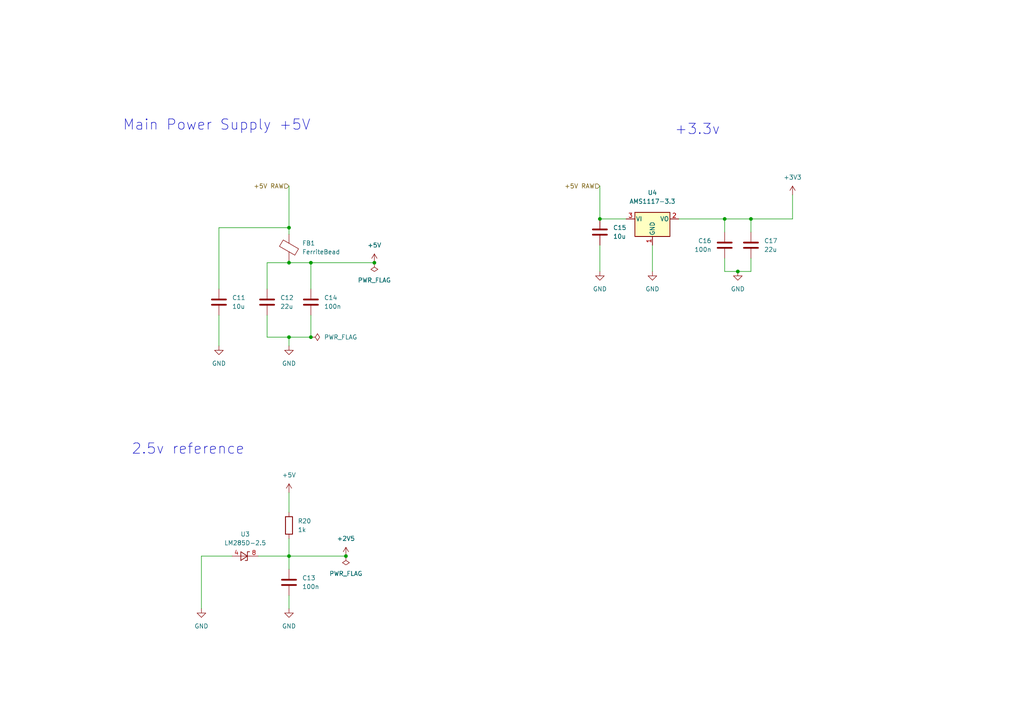
<source format=kicad_sch>
(kicad_sch (version 20211123) (generator eeschema)
  (paper "A4")
  (title_block (title "Development Board") (date "2022-06-22") (rev "2.2") (company "Plastic Scanner") (comment 1 "Juniper Technologies"))
  (lib_symbols
    (symbol "Device:C" (pin_numbers hide) (pin_names (offset 0.254))
      (property "Reference" "C" (at 0.635 2.54 0))
      (property "Value" "C" (at 0.635 -2.54 0))
      (symbol "C_0_1"
        (polyline (pts (xy -2.032 -0.762) (xy 2.032 -0.762)) (stroke (width 0.508)))
        (polyline (pts (xy -2.032 0.762) (xy 2.032 0.762)) (stroke (width 0.508)))
      )
      (symbol "C_1_1"
        (pin passive line (at 0 3.81 270) (length 2.794) (name "~") (number "1"))
        (pin passive line (at 0 -3.81 90) (length 2.794) (name "~") (number "2"))
      )
    )
    (symbol "Device:FerriteBead" (pin_numbers hide) (pin_names (offset 0))
      (property "Reference" "FB" (at -3.81 0.635 90))
      (property "Value" "FerriteBead" (at 3.81 0 90))
      (symbol "FerriteBead_0_1"
        (polyline (pts (xy 0 -1.27) (xy 0 -1.2192)))
        (polyline (pts (xy 0 1.27) (xy 0 1.2954)))
        (polyline (pts (xy -2.7686 0.4064) (xy -1.7018 2.2606) (xy 2.7686 -0.3048) (xy 1.6764 -2.159) (xy -2.7686 0.4064)))
      )
      (symbol "FerriteBead_1_1"
        (pin passive line (at 0 3.81 270) (length 2.54) (name "~") (number "1"))
        (pin passive line (at 0 -3.81 90) (length 2.54) (name "~") (number "2"))
      )
    )
    (symbol "Device:R" (pin_numbers hide) (pin_names (offset 0))
      (property "Reference" "R" (at 2.032 0 90))
      (property "Value" "R" (at 0 0 90))
      (symbol "R_0_1"
        (rectangle (start -1.016 -2.54) (end 1.016 2.54) (stroke (width 0.254)))
      )
      (symbol "R_1_1"
        (pin passive line (at 0 3.81 270) (length 1.27) (name "~") (number "1"))
        (pin passive line (at 0 -3.81 90) (length 1.27) (name "~") (number "2"))
      )
    )
    (symbol "Reference_Voltage:LM285D-2.5" (pin_names (offset 0.0254) hide)
      (property "Reference" "U" (at 0 3.175 0))
      (property "Value" "LM285D-2.5" (at 0 -3.175 0))
      (symbol "LM285D-2.5_0_1"
        (polyline (pts (xy -1.27 0) (xy 0 0) (xy 1.27 0)))
        (polyline (pts (xy -1.27 -1.27) (xy 0.635 0) (xy -1.27 1.27) (xy -1.27 -1.27)) (stroke (width 0.2032)))
        (polyline (pts (xy 0 -1.27) (xy 0.635 -1.27) (xy 0.635 1.27) (xy 1.27 1.27)) (stroke (width 0.2032)))
      )
      (symbol "LM285D-2.5_1_1"
        (pin passive line (at -3.81 0 0) (length 2.54) (name "A") (number "4"))
        (pin passive line (at 3.81 0 180) (length 2.54) (name "K") (number "8"))
      )
    )
    (symbol "Regulator_Linear:AMS1117-3.3" (pin_names (offset 0.254))
      (property "Reference" "U" (at -3.81 3.175 0))
      (property "Value" "AMS1117-3.3" (at 0 3.175 0))
      (symbol "AMS1117-3.3_0_1"
        (rectangle (start -5.08 -5.08) (end 5.08 1.905) (stroke (width 0.254)) (fill (type background)))
      )
      (symbol "AMS1117-3.3_1_1"
        (pin power_in line (at 0 -7.62 90) (length 2.54) (name "GND") (number "1"))
        (pin power_out line (at 7.62 0 180) (length 2.54) (name "VO") (number "2"))
        (pin power_in line (at -7.62 0 0) (length 2.54) (name "VI") (number "3"))
      )
    )
    (symbol "power:+2V5" (power) (pin_names (offset 0))
      (property "Value" "+2V5" (at 0 3.556 0))
      (symbol "+2V5_0_1"
        (polyline (pts (xy -0.762 1.27) (xy 0 2.54)))
        (polyline (pts (xy 0 0) (xy 0 2.54)))
        (polyline (pts (xy 0 2.54) (xy 0.762 1.27)))
      )
      (symbol "+2V5_1_1"
        (pin power_in line (at 0 0 90) (length 0) hide (name "+2V5") (number "1"))
      )
    )
    (symbol "power:+3.3V" (power) (pin_names (offset 0))
      (property "Value" "+3.3V" (at 0 3.556 0))
      (symbol "+3.3V_0_1"
        (polyline (pts (xy -0.762 1.27) (xy 0 2.54)))
        (polyline (pts (xy 0 0) (xy 0 2.54)))
        (polyline (pts (xy 0 2.54) (xy 0.762 1.27)))
      )
      (symbol "+3.3V_1_1"
        (pin power_in line (at 0 0 90) (length 0) hide (name "+3V3") (number "1"))
      )
    )
    (symbol "power:+5V" (power) (pin_names (offset 0))
      (property "Value" "+5V" (at 0 3.556 0))
      (symbol "+5V_0_1"
        (polyline (pts (xy -0.762 1.27) (xy 0 2.54)))
        (polyline (pts (xy 0 0) (xy 0 2.54)))
        (polyline (pts (xy 0 2.54) (xy 0.762 1.27)))
      )
      (symbol "+5V_1_1"
        (pin power_in line (at 0 0 90) (length 0) hide (name "+5V") (number "1"))
      )
    )
    (symbol "power:GND" (power) (pin_names (offset 0))
      (property "Value" "GND" (at 0 -3.81 0))
      (symbol "GND_0_1"
        (polyline (pts (xy 0 0) (xy 0 -1.27) (xy 1.27 -1.27) (xy 0 -2.54) (xy -1.27 -1.27) (xy 0 -1.27)))
      )
      (symbol "GND_1_1"
        (pin power_in line (at 0 0 270) (length 0) hide (name "GND") (number "1"))
      )
    )
    (symbol "power:PWR_FLAG" (power) (pin_numbers hide) (pin_names (offset 0) hide)
      (property "Value" "PWR_FLAG" (at 0 3.81 0))
      (symbol "PWR_FLAG_0_0"
        (pin power_out line (at 0 0 90) (length 0) (name "pwr") (number "1"))
      )
      (symbol "PWR_FLAG_0_1"
        (polyline (pts (xy 0 0) (xy 0 1.27) (xy -1.016 1.905) (xy 0 2.54) (xy 1.016 1.905) (xy 0 1.27)))
      )
    )
  )
  (junction (at 210.185 63.5))
  (junction (at 83.82 66.04))
  (junction (at 83.82 76.2))
  (junction (at 83.82 161.29))
  (junction (at 90.17 76.2))
  (junction (at 83.82 97.79))
  (junction (at 217.805 63.5))
  (junction (at 100.33 161.29))
  (junction (at 108.585 76.2))
  (junction (at 173.99 63.5))
  (junction (at 90.17 97.79))
  (junction (at 213.995 78.74))
  (wire (pts (xy 63.5 91.44) (xy 63.5 100.33)))
  (wire (pts (xy 210.185 74.93) (xy 210.185 78.74)))
  (wire (pts (xy 173.99 71.12) (xy 173.99 78.74)))
  (wire (pts (xy 90.17 83.82) (xy 90.17 76.2)))
  (wire (pts (xy 83.82 53.975) (xy 83.82 66.04)))
  (wire (pts (xy 74.93 161.29) (xy 83.82 161.29)))
  (wire (pts (xy 210.185 63.5) (xy 210.185 67.31)))
  (wire (pts (xy 83.82 142.875) (xy 83.82 148.59)))
  (wire (pts (xy 210.185 78.74) (xy 213.995 78.74)))
  (wire (pts (xy 173.99 63.5) (xy 181.61 63.5)))
  (wire (pts (xy 217.805 78.74) (xy 213.995 78.74)))
  (wire (pts (xy 173.99 63.5) (xy 173.99 53.975)))
  (wire (pts (xy 83.82 75.565) (xy 83.82 76.2)))
  (wire (pts (xy 58.42 161.29) (xy 67.31 161.29)))
  (wire (pts (xy 63.5 83.82) (xy 63.5 66.04)))
  (wire (pts (xy 196.85 63.5) (xy 210.185 63.5)))
  (wire (pts (xy 83.82 156.21) (xy 83.82 161.29)))
  (wire (pts (xy 63.5 66.04) (xy 83.82 66.04)))
  (wire (pts (xy 77.47 76.2) (xy 83.82 76.2)))
  (wire (pts (xy 217.805 74.93) (xy 217.805 78.74)))
  (wire (pts (xy 83.82 76.2) (xy 90.17 76.2)))
  (wire (pts (xy 90.17 97.79) (xy 83.82 97.79)))
  (wire (pts (xy 83.82 161.29) (xy 83.82 165.1)))
  (wire (pts (xy 189.23 71.12) (xy 189.23 78.74)))
  (wire (pts (xy 229.87 56.515) (xy 229.87 63.5)))
  (wire (pts (xy 210.185 63.5) (xy 217.805 63.5)))
  (wire (pts (xy 83.82 161.29) (xy 100.33 161.29)))
  (wire (pts (xy 217.805 63.5) (xy 217.805 67.31)))
  (wire (pts (xy 83.82 172.72) (xy 83.82 176.53)))
  (wire (pts (xy 217.805 63.5) (xy 229.87 63.5)))
  (wire (pts (xy 83.82 66.04) (xy 83.82 67.945)))
  (wire (pts (xy 77.47 91.44) (xy 77.47 97.79)))
  (wire (pts (xy 90.17 91.44) (xy 90.17 97.79)))
  (wire (pts (xy 77.47 83.82) (xy 77.47 76.2)))
  (wire (pts (xy 58.42 176.53) (xy 58.42 161.29)))
  (wire (pts (xy 83.82 100.33) (xy 83.82 97.79)))
  (wire (pts (xy 90.17 76.2) (xy 108.585 76.2)))
  (wire (pts (xy 77.47 97.79) (xy 83.82 97.79)))
  (text "Main Power Supply +5V" (at 35.56 38.1 0) (effects (font (size 3 3)) (justify left bottom)))
  (text "2.5v reference" (at 38.1 132.08 0) (effects (font (size 3 3)) (justify left bottom)))
  (text "+3.3v" (at 195.58 39.37 0) (effects (font (size 3 3)) (justify left bottom)))
  (hierarchical_label "+5V RAW" (shape input) (at 83.82 53.975 180))
  (hierarchical_label "+5V RAW" (shape input) (at 173.99 53.975 180))
  (symbol (lib_id "Device:C") (at 217.805 71.12 0) (unit 1)
    (property "Reference" "C17" (at 221.615 69.8499 0) (effects (justify left)))
    (property "Value" "22u" (at 221.615 72.3899 0) (effects (justify left)))
    (property "Footprint" "Capacitor_SMD:C_0805_2012Metric_Pad1.18x1.45mm_HandSolder" (effects hide))
  )
  (symbol (lib_id "power:PWR_FLAG") (at 108.585 76.2 0) (mirror x) (unit 1)
    (property "Reference" "#FLG03" (effects hide))
    (property "Value" "PWR_FLAG" (at 108.585 81.28 0))
  )
  (symbol (lib_id "Device:C") (at 90.17 87.63 0) (unit 1)
    (property "Reference" "C14" (at 93.98 86.3599 0) (effects (justify left)))
    (property "Value" "100n" (at 93.98 88.8999 0) (effects (justify left)))
    (property "Footprint" "Capacitor_SMD:C_0805_2012Metric_Pad1.18x1.45mm_HandSolder" (effects hide))
  )
  (symbol (lib_id "power:GND") (at 58.42 176.53 0) (unit 1)
    (property "Reference" "#PWR024" (effects hide))
    (property "Value" "GND" (at 58.42 181.61 0))
  )
  (symbol (lib_id "Reference_Voltage:LM285D-2.5") (at 71.12 161.29 0) (unit 1)
    (property "Reference" "U3" (at 71.12 154.94 0))
    (property "Value" "LM285D-2.5" (at 71.12 157.48 0))
    (property "Footprint" "Package_SO:SOIC-8_3.9x4.9mm_P1.27mm" (effects hide))
    (property "Datasheet" "http://www.onsemi.com/pub_link/Collateral/LM285-D.PDF" (effects hide))
  )
  (symbol (lib_id "power:GND") (at 213.995 78.74 0) (unit 1)
    (property "Reference" "#PWR033" (effects hide))
    (property "Value" "GND" (at 213.995 83.82 0))
  )
  (symbol (lib_id "Device:C") (at 83.82 168.91 0) (unit 1)
    (property "Reference" "C13" (at 87.63 167.6399 0) (effects (justify left)))
    (property "Value" "100n" (at 87.63 170.1799 0) (effects (justify left)))
    (property "Footprint" "Capacitor_SMD:C_0805_2012Metric_Pad1.18x1.45mm_HandSolder" (effects hide))
  )
  (symbol (lib_id "Device:C") (at 210.185 71.12 0) (mirror x) (unit 1)
    (property "Reference" "C16" (at 206.375 69.8499 0) (effects (justify right)))
    (property "Value" "100n" (at 206.375 72.3899 0) (effects (justify right)))
    (property "Footprint" "Capacitor_SMD:C_0805_2012Metric_Pad1.18x1.45mm_HandSolder" (effects hide))
  )
  (symbol (lib_id "power:PWR_FLAG") (at 100.33 161.29 0) (mirror x) (unit 1)
    (property "Reference" "#FLG02" (effects hide))
    (property "Value" "PWR_FLAG" (at 100.33 166.37 0))
  )
  (symbol (lib_id "Device:R") (at 83.82 152.4 0) (unit 1)
    (property "Reference" "R20" (at 86.36 151.1299 0) (effects (justify left)))
    (property "Value" "1k" (at 86.36 153.6699 0) (effects (justify left)))
    (property "Footprint" "Resistor_SMD:R_0805_2012Metric_Pad1.20x1.40mm_HandSolder" (effects hide))
  )
  (symbol (lib_id "power:+5V") (at 83.82 142.875 0) (unit 1)
    (property "Reference" "#PWR027" (effects hide))
    (property "Value" "+5V" (at 83.82 137.795 0))
  )
  (symbol (lib_id "Device:C") (at 77.47 87.63 0) (unit 1)
    (property "Reference" "C12" (at 81.28 86.3599 0) (effects (justify left)))
    (property "Value" "22u" (at 81.28 88.8999 0) (effects (justify left)))
    (property "Footprint" "Capacitor_SMD:C_0805_2012Metric_Pad1.18x1.45mm_HandSolder" (effects hide))
  )
  (symbol (lib_id "power:+2V5") (at 100.33 161.29 0) (unit 1)
    (property "Reference" "#PWR029" (effects hide))
    (property "Value" "+2V5" (at 100.33 156.21 0))
  )
  (symbol (lib_id "Device:C") (at 173.99 67.31 0) (unit 1)
    (property "Reference" "C15" (at 177.8 66.0399 0) (effects (justify left)))
    (property "Value" "10u" (at 177.8 68.5799 0) (effects (justify left)))
    (property "Footprint" "Capacitor_SMD:C_0805_2012Metric_Pad1.18x1.45mm_HandSolder" (effects hide))
  )
  (symbol (lib_id "power:+5V") (at 108.585 76.2 0) (unit 1)
    (property "Reference" "#PWR030" (effects hide))
    (property "Value" "+5V" (at 108.585 71.12 0))
  )
  (symbol (lib_id "power:+3.3V") (at 229.87 56.515 0) (unit 1)
    (property "Reference" "#PWR034" (effects hide))
    (property "Value" "+3.3V" (at 229.87 51.435 0))
  )
  (symbol (lib_id "power:GND") (at 63.5 100.33 0) (unit 1)
    (property "Reference" "#PWR025" (effects hide))
    (property "Value" "GND" (at 63.5 105.41 0))
  )
  (symbol (lib_id "Regulator_Linear:AMS1117-3.3") (at 189.23 63.5 0) (unit 1)
    (property "Reference" "U4" (at 189.23 55.88 0))
    (property "Value" "AMS1117-3.3" (at 189.23 58.42 0))
    (property "Footprint" "Package_TO_SOT_SMD:SOT-223-3_TabPin2" (effects hide))
    (property "Datasheet" "http://www.advanced-monolithic.com/pdf/ds1117.pdf" (effects hide))
  )
  (symbol (lib_id "power:GND") (at 83.82 100.33 0) (unit 1)
    (property "Reference" "#PWR026" (effects hide))
    (property "Value" "GND" (at 83.82 105.41 0))
  )
  (symbol (lib_id "Device:C") (at 63.5 87.63 0) (unit 1)
    (property "Reference" "C11" (at 67.31 86.3599 0) (effects (justify left)))
    (property "Value" "10u" (at 67.31 88.8999 0) (effects (justify left)))
    (property "Footprint" "Capacitor_SMD:C_0805_2012Metric_Pad1.18x1.45mm_HandSolder" (effects hide))
  )
  (symbol (lib_id "power:GND") (at 189.23 78.74 0) (unit 1)
    (property "Reference" "#PWR032" (effects hide))
    (property "Value" "GND" (at 189.23 83.82 0))
  )
  (symbol (lib_id "power:GND") (at 173.99 78.74 0) (unit 1)
    (property "Reference" "#PWR031" (effects hide))
    (property "Value" "GND" (at 173.99 83.82 0))
  )
  (symbol (lib_id "Device:FerriteBead") (at 83.82 71.755 180) (unit 1)
    (property "Reference" "FB1" (at 87.63 70.5357 0) (effects (justify right)))
    (property "Value" "FerriteBead" (at 87.63 73.0757 0) (effects (justify right)))
    (property "Footprint" "Resistor_SMD:R_0805_2012Metric_Pad1.20x1.40mm_HandSolder" (effects hide))
  )
  (symbol (lib_id "power:PWR_FLAG") (at 90.17 97.79 270) (mirror x) (unit 1)
    (property "Reference" "#FLG01" (effects hide))
    (property "Value" "PWR_FLAG" (at 93.98 97.7899 90) (effects (justify left)))
  )
  (symbol (lib_id "power:GND") (at 83.82 176.53 0) (unit 1)
    (property "Reference" "#PWR028" (effects hide))
    (property "Value" "GND" (at 83.82 181.61 0))
  )
)
</source>
